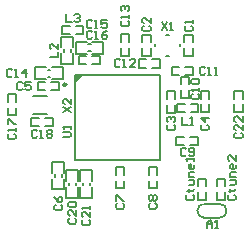
<source format=gto>
G04*
G04 #@! TF.GenerationSoftware,Altium Limited,Altium Designer,18.0.11 (651)*
G04*
G04 Layer_Color=65535*
%FSLAX24Y24*%
%MOIN*%
G70*
G01*
G75*
%ADD10C,0.0059*%
%ADD11C,0.0098*%
%ADD12C,0.0060*%
%ADD13C,0.0079*%
G36*
X-1181Y1378D02*
X-1378Y1181D01*
Y1378D01*
X-1181Y1378D01*
D02*
G37*
D10*
X3406Y-3358D02*
G03*
X3406Y-2885I0J236D01*
G01*
X2906D02*
G03*
X2906Y-3358I0J-236D01*
G01*
Y-2885D02*
X3406D01*
X2906Y-3358D02*
X3406D01*
D11*
X-1699Y1083D02*
G03*
X-1699Y1083I-49J0D01*
G01*
D12*
X2688Y-2047D02*
X2963D01*
X2688Y-2756D02*
X2963D01*
X2688D02*
Y-2500D01*
Y-2303D02*
Y-2047D01*
X2963Y-2756D02*
Y-2500D01*
Y-2303D02*
Y-2047D01*
X3318Y-2756D02*
X3593D01*
X3318Y-2047D02*
X3593D01*
Y-2303D02*
Y-2047D01*
Y-2756D02*
Y-2500D01*
X3318Y-2303D02*
Y-2047D01*
Y-2756D02*
Y-2500D01*
X2421Y-925D02*
X2677D01*
X1968D02*
X2224D01*
X2421Y-650D02*
X2677D01*
X1968D02*
X2224D01*
X1968Y-925D02*
Y-650D01*
X2677Y-925D02*
Y-650D01*
X2264Y1407D02*
X2520D01*
X1811D02*
X2067D01*
X2264Y1683D02*
X2520D01*
X1811D02*
X2067D01*
X1811Y1407D02*
Y1683D01*
X2520Y1407D02*
Y1683D01*
X3901Y874D02*
X4177D01*
X3901Y166D02*
X4177D01*
X3901D02*
Y422D01*
Y618D02*
Y874D01*
X4177Y166D02*
Y422D01*
Y618D02*
Y874D01*
X1654Y148D02*
X1930D01*
X1654Y856D02*
X1930D01*
Y601D02*
Y856D01*
Y148D02*
Y404D01*
X1654Y601D02*
Y856D01*
Y148D02*
Y404D01*
X2450Y164D02*
X2706D01*
X1998D02*
X2254D01*
X2450Y440D02*
X2706D01*
X1998D02*
X2254Y440D01*
X1998Y164D02*
Y440D01*
X2706Y164D02*
Y440D01*
X2128Y1354D02*
X2404D01*
X2128Y646D02*
X2404D01*
X2128D02*
X2128Y902D01*
X2128Y1098D02*
Y1354D01*
X2404Y646D02*
Y902D01*
Y1098D02*
Y1354D01*
X2778Y166D02*
X3054D01*
X2778Y874D02*
X3054D01*
X3054Y618D02*
X3054Y874D01*
Y166D02*
Y422D01*
X2778Y874D02*
X2778Y618D01*
X2778Y166D02*
X2778Y422D01*
X-1841Y2766D02*
Y3041D01*
X-1132Y2766D02*
Y3041D01*
X-1388Y2766D02*
X-1132D01*
X-1841D02*
X-1585D01*
X-1388Y3041D02*
X-1132D01*
X-1841D02*
X-1585D01*
X-1870Y1762D02*
Y2126D01*
Y2323D02*
Y2687D01*
X-1476Y1762D02*
Y2126D01*
Y2323D02*
Y2687D01*
X-1870Y1762D02*
X-1476D01*
X-1870Y2687D02*
X-1476D01*
X-1230Y-2697D02*
Y-2333D01*
Y-2136D02*
Y-1772D01*
X-837Y-2697D02*
Y-2333D01*
Y-2136D02*
Y-1772D01*
X-1230D02*
X-837D01*
X-1230Y-2697D02*
X-837D01*
X-1693D02*
Y-2333D01*
Y-2136D02*
Y-1772D01*
X-1299Y-2697D02*
Y-2333D01*
Y-2136D02*
Y-1772D01*
X-1693D02*
X-1299D01*
X-1693Y-2697D02*
X-1299D01*
X-3377Y512D02*
Y768D01*
Y59D02*
Y315D01*
X-3652Y512D02*
Y768D01*
Y59D02*
Y315D01*
Y59D02*
X-3377D01*
X-3652Y768D02*
X-3377D01*
X-2865Y-30D02*
X-2609D01*
X-2412D02*
X-2156D01*
X-2865Y-305D02*
X-2609D01*
X-2412D02*
X-2156D01*
Y-30D01*
X-2865Y-305D02*
Y-30D01*
X-2648Y1171D02*
X-2392D01*
X-2195D02*
X-1939D01*
X-2648Y896D02*
X-2392D01*
X-2195D02*
X-1939D01*
Y1171D01*
X-2648Y896D02*
Y1171D01*
X-2746Y1663D02*
X-2382D01*
X-2185D02*
X-1821D01*
X-2746Y1270D02*
X-2382D01*
X-2185D02*
X-1821D01*
Y1663D01*
X-2746Y1270D02*
Y1663D01*
X404Y2500D02*
Y2756D01*
Y2047D02*
Y2303D01*
X128Y2500D02*
Y2756D01*
Y2047D02*
Y2303D01*
Y2047D02*
X404D01*
X128Y2756D02*
X404D01*
X1115Y2498D02*
Y2754D01*
Y2045D02*
Y2301D01*
X840Y2498D02*
Y2754D01*
Y2045D02*
Y2301D01*
Y2045D02*
X1115D01*
X840Y2754D02*
X1115D01*
X2103Y2376D02*
Y2423D01*
X1615Y2053D02*
X1741D01*
X1252Y2376D02*
Y2423D01*
X1615Y2746D02*
X1741D01*
X2240Y2045D02*
Y2301D01*
Y2498D02*
Y2754D01*
X2515Y2045D02*
Y2301D01*
Y2498D02*
Y2754D01*
X2240D02*
X2515D01*
X2240Y2045D02*
X2515D01*
X-2160Y-2411D02*
Y-2047D01*
Y-1850D02*
Y-1486D01*
X-1766Y-2411D02*
Y-2047D01*
Y-1850D02*
Y-1486D01*
X-2160D02*
X-1766D01*
X-2160Y-2411D02*
X-1766D01*
X-39Y-2372D02*
Y-2116D01*
Y-1919D02*
Y-1663D01*
X236Y-2372D02*
Y-2116D01*
Y-1919D02*
Y-1663D01*
X-39D02*
X236D01*
X-39Y-2372D02*
X236D01*
X1053D02*
Y-2116D01*
Y-1919D02*
Y-1663D01*
X1329Y-2372D02*
Y-2116D01*
Y-1919D02*
Y-1663D01*
X1053D02*
X1329D01*
X1053Y-2372D02*
X1329D01*
X1171Y1654D02*
X1427D01*
X718D02*
X974D01*
X1171Y1929D02*
X1427D01*
X718D02*
X974D01*
X718Y1654D02*
Y1929D01*
X1427Y1654D02*
Y1929D01*
X-576Y1762D02*
Y2038D01*
X-1284Y1762D02*
Y2038D01*
X-1028D01*
X-832D02*
X-576D01*
X-1284Y1762D02*
X-1028D01*
X-832D02*
X-576D01*
X-1388Y2112D02*
Y2506D01*
X-463Y2112D02*
Y2506D01*
X-827Y2112D02*
X-463D01*
X-1388D02*
X-1024D01*
X-827Y2506D02*
X-463D01*
X-1388D02*
X-1024D01*
X2996Y-3712D02*
Y-3532D01*
X3085Y-3442D01*
X3175Y-3532D01*
Y-3712D01*
Y-3577D01*
X2996D01*
X3265Y-3712D02*
X3355D01*
X3310D01*
Y-3442D01*
X3265Y-3487D01*
X2331Y-2582D02*
X2286Y-2627D01*
Y-2717D01*
X2331Y-2762D01*
X2511D01*
X2556Y-2717D01*
Y-2627D01*
X2511Y-2582D01*
X2331Y-2447D02*
X2376D01*
Y-2492D01*
Y-2402D01*
Y-2447D01*
X2511D01*
X2556Y-2402D01*
X2376Y-2267D02*
X2511D01*
X2556Y-2222D01*
Y-2087D01*
X2376D01*
X2556Y-1997D02*
X2376D01*
Y-1862D01*
X2421Y-1817D01*
X2556D01*
Y-1592D02*
Y-1682D01*
X2511Y-1727D01*
X2421D01*
X2376Y-1682D01*
Y-1592D01*
X2421Y-1547D01*
X2466D01*
Y-1727D01*
X2556Y-1457D02*
Y-1367D01*
Y-1412D01*
X2286D01*
X2331Y-1457D01*
X3721Y-2582D02*
X3676Y-2627D01*
Y-2717D01*
X3721Y-2762D01*
X3901D01*
X3946Y-2717D01*
Y-2627D01*
X3901Y-2582D01*
X3721Y-2447D02*
X3766D01*
Y-2492D01*
Y-2402D01*
Y-2447D01*
X3901D01*
X3946Y-2402D01*
X3766Y-2267D02*
X3901D01*
X3946Y-2222D01*
Y-2087D01*
X3766D01*
X3946Y-1997D02*
X3766D01*
Y-1862D01*
X3811Y-1817D01*
X3946D01*
Y-1592D02*
Y-1682D01*
X3901Y-1727D01*
X3811D01*
X3766Y-1682D01*
Y-1592D01*
X3811Y-1547D01*
X3856D01*
Y-1727D01*
X3946Y-1277D02*
Y-1457D01*
X3766Y-1277D01*
X3721D01*
X3676Y-1322D01*
Y-1412D01*
X3721Y-1457D01*
X2290Y-1075D02*
X2245Y-1030D01*
X2155D01*
X2110Y-1075D01*
Y-1255D01*
X2155Y-1300D01*
X2245D01*
X2290Y-1255D01*
X2380D02*
X2425Y-1300D01*
X2515D01*
X2560Y-1255D01*
Y-1075D01*
X2515Y-1030D01*
X2425D01*
X2380Y-1075D01*
Y-1120D01*
X2425Y-1165D01*
X2560D01*
X2930Y1635D02*
X2885Y1680D01*
X2795D01*
X2750Y1635D01*
Y1455D01*
X2795Y1410D01*
X2885D01*
X2930Y1455D01*
X3020Y1410D02*
X3110D01*
X3065D01*
Y1680D01*
X3020Y1635D01*
X3245Y1410D02*
X3335D01*
X3290D01*
Y1680D01*
X3245Y1635D01*
X3952Y-519D02*
X3908Y-564D01*
Y-654D01*
X3952Y-699D01*
X4132D01*
X4177Y-654D01*
Y-564D01*
X4132Y-519D01*
X4177Y-249D02*
Y-429D01*
X3997Y-249D01*
X3952D01*
X3908Y-294D01*
Y-384D01*
X3952Y-429D01*
X4177Y21D02*
Y-159D01*
X3997Y21D01*
X3952D01*
X3908Y-24D01*
Y-114D01*
X3952Y-159D01*
X1702Y-250D02*
X1658Y-295D01*
Y-385D01*
X1702Y-430D01*
X1882D01*
X1927Y-385D01*
Y-295D01*
X1882Y-250D01*
X1702Y-160D02*
X1658Y-115D01*
Y-25D01*
X1702Y20D01*
X1747D01*
X1792Y-25D01*
Y-70D01*
Y-25D01*
X1837Y20D01*
X1882D01*
X1927Y-25D01*
Y-115D01*
X1882Y-160D01*
X2167Y20D02*
Y-250D01*
X2347D01*
X2437D02*
X2527D01*
X2482D01*
Y20D01*
X2437Y-25D01*
X2515Y780D02*
X2470Y735D01*
Y645D01*
X2515Y600D01*
X2695D01*
X2740Y645D01*
Y735D01*
X2695Y780D01*
X2740Y870D02*
Y960D01*
Y915D01*
X2470D01*
X2515Y870D01*
Y1095D02*
X2470Y1140D01*
Y1230D01*
X2515Y1275D01*
X2695D01*
X2740Y1230D01*
Y1140D01*
X2695Y1095D01*
X2515D01*
X2822Y-250D02*
X2778Y-295D01*
Y-385D01*
X2822Y-430D01*
X3002D01*
X3047Y-385D01*
Y-295D01*
X3002Y-250D01*
X3047Y-25D02*
X2778D01*
X2912Y-160D01*
Y20D01*
X-1700Y3440D02*
Y3170D01*
X-1520D01*
X-1430Y3395D02*
X-1385Y3440D01*
X-1295D01*
X-1250Y3395D01*
Y3350D01*
X-1295Y3305D01*
X-1340D01*
X-1295D01*
X-1250Y3260D01*
Y3215D01*
X-1295Y3170D01*
X-1385D01*
X-1430Y3215D01*
X-2256Y2000D02*
X-1986D01*
Y2180D01*
Y2450D02*
Y2270D01*
X-2166Y2450D01*
X-2211D01*
X-2256Y2405D01*
Y2315D01*
X-2211Y2270D01*
X-1128Y-3420D02*
X-1172Y-3465D01*
Y-3555D01*
X-1128Y-3600D01*
X-948D01*
X-903Y-3555D01*
Y-3465D01*
X-948Y-3420D01*
X-903Y-3150D02*
Y-3330D01*
X-1083Y-3150D01*
X-1128D01*
X-1172Y-3195D01*
Y-3285D01*
X-1128Y-3330D01*
X-903Y-3060D02*
Y-2970D01*
Y-3015D01*
X-1172D01*
X-1128Y-3060D01*
X-3500Y1555D02*
X-3545Y1600D01*
X-3635D01*
X-3680Y1555D01*
Y1375D01*
X-3635Y1330D01*
X-3545D01*
X-3500Y1375D01*
X-3410Y1330D02*
X-3320D01*
X-3365D01*
Y1600D01*
X-3410Y1555D01*
X-3050Y1330D02*
Y1600D01*
X-3185Y1465D01*
X-3005D01*
X-1800Y170D02*
X-1530Y350D01*
X-1800D02*
X-1530Y170D01*
Y620D02*
Y440D01*
X-1710Y620D01*
X-1755D01*
X-1800Y575D01*
Y485D01*
X-1755Y440D01*
X-1819Y-660D02*
X-1594D01*
X-1549Y-615D01*
Y-525D01*
X-1594Y-480D01*
X-1819D01*
X-1549Y-390D02*
Y-300D01*
Y-345D01*
X-1819D01*
X-1774Y-390D01*
X885Y3050D02*
X840Y3005D01*
Y2915D01*
X885Y2870D01*
X1065D01*
X1110Y2915D01*
Y3005D01*
X1065Y3050D01*
X1110Y3320D02*
Y3140D01*
X930Y3320D01*
X885D01*
X840Y3275D01*
Y3185D01*
X885Y3140D01*
X5Y-2870D02*
X-40Y-2915D01*
Y-3005D01*
X5Y-3050D01*
X185D01*
X230Y-3005D01*
Y-2915D01*
X185Y-2870D01*
X-40Y-2780D02*
Y-2600D01*
X5D01*
X185Y-2780D01*
X230D01*
X1490Y3160D02*
X1670Y2890D01*
Y3160D02*
X1490Y2890D01*
X1760D02*
X1850D01*
X1805D01*
Y3160D01*
X1760Y3115D01*
X2295Y3050D02*
X2250Y3005D01*
Y2915D01*
X2295Y2870D01*
X2475D01*
X2520Y2915D01*
Y3005D01*
X2475Y3050D01*
X2520Y3140D02*
Y3230D01*
Y3185D01*
X2250D01*
X2295Y3140D01*
X1095Y-2870D02*
X1050Y-2915D01*
Y-3005D01*
X1095Y-3050D01*
X1275D01*
X1320Y-3005D01*
Y-2915D01*
X1275Y-2870D01*
X1095Y-2780D02*
X1050Y-2735D01*
Y-2645D01*
X1095Y-2600D01*
X1140D01*
X1185Y-2645D01*
X1230Y-2600D01*
X1275D01*
X1320Y-2645D01*
Y-2735D01*
X1275Y-2780D01*
X1230D01*
X1185Y-2735D01*
X1140Y-2780D01*
X1095D01*
X1185Y-2735D02*
Y-2645D01*
X-2055Y-2920D02*
X-2100Y-2965D01*
Y-3055D01*
X-2055Y-3100D01*
X-1875D01*
X-1830Y-3055D01*
Y-2965D01*
X-1875Y-2920D01*
X-2100Y-2650D02*
X-2055Y-2740D01*
X-1965Y-2830D01*
X-1875D01*
X-1830Y-2785D01*
Y-2695D01*
X-1875Y-2650D01*
X-1920D01*
X-1965Y-2695D01*
Y-2830D01*
X-3150Y1125D02*
X-3195Y1170D01*
X-3285D01*
X-3330Y1125D01*
Y945D01*
X-3285Y900D01*
X-3195D01*
X-3150Y945D01*
X-2880Y1170D02*
X-3060D01*
Y1035D01*
X-2970Y1080D01*
X-2925D01*
X-2880Y1035D01*
Y945D01*
X-2925Y900D01*
X-3015D01*
X-3060Y945D01*
X-3605Y-550D02*
X-3650Y-595D01*
Y-685D01*
X-3605Y-730D01*
X-3425D01*
X-3380Y-685D01*
Y-595D01*
X-3425Y-550D01*
X-3380Y-460D02*
Y-370D01*
Y-415D01*
X-3650D01*
X-3605Y-460D01*
X-3650Y-235D02*
Y-55D01*
X-3605D01*
X-3425Y-235D01*
X-3380D01*
X-2670Y-465D02*
X-2715Y-420D01*
X-2805D01*
X-2850Y-465D01*
Y-645D01*
X-2805Y-690D01*
X-2715D01*
X-2670Y-645D01*
X-2580Y-690D02*
X-2490D01*
X-2535D01*
Y-420D01*
X-2580Y-465D01*
X-2355D02*
X-2310Y-420D01*
X-2220D01*
X-2175Y-465D01*
Y-510D01*
X-2220Y-555D01*
X-2175Y-600D01*
Y-645D01*
X-2220Y-690D01*
X-2310D01*
X-2355Y-645D01*
Y-600D01*
X-2310Y-555D01*
X-2355Y-510D01*
Y-465D01*
X-2310Y-555D02*
X-2220D01*
X-1587Y-3370D02*
X-1632Y-3415D01*
Y-3505D01*
X-1587Y-3550D01*
X-1408D01*
X-1363Y-3505D01*
Y-3415D01*
X-1408Y-3370D01*
X-1363Y-3100D02*
Y-3280D01*
X-1543Y-3100D01*
X-1587D01*
X-1632Y-3145D01*
Y-3235D01*
X-1587Y-3280D01*
Y-3010D02*
X-1632Y-2965D01*
Y-2875D01*
X-1587Y-2830D01*
X-1408D01*
X-1363Y-2875D01*
Y-2965D01*
X-1408Y-3010D01*
X-1587D01*
X103Y1895D02*
X58Y1940D01*
X-32D01*
X-77Y1895D01*
Y1715D01*
X-32Y1670D01*
X58D01*
X103Y1715D01*
X193Y1670D02*
X283D01*
X238D01*
Y1940D01*
X193Y1895D01*
X598Y1670D02*
X418D01*
X598Y1850D01*
Y1895D01*
X553Y1940D01*
X463D01*
X418Y1895D01*
X175Y3210D02*
X130Y3165D01*
Y3075D01*
X175Y3030D01*
X355D01*
X400Y3075D01*
Y3165D01*
X355Y3210D01*
X400Y3300D02*
Y3390D01*
Y3345D01*
X130D01*
X175Y3300D01*
Y3525D02*
X130Y3570D01*
Y3660D01*
X175Y3705D01*
X220D01*
X265Y3660D01*
Y3615D01*
Y3660D01*
X310Y3705D01*
X355D01*
X400Y3660D01*
Y3570D01*
X355Y3525D01*
X-830Y2835D02*
X-875Y2880D01*
X-965D01*
X-1010Y2835D01*
Y2655D01*
X-965Y2610D01*
X-875D01*
X-830Y2655D01*
X-740Y2610D02*
X-650D01*
X-695D01*
Y2880D01*
X-740Y2835D01*
X-335Y2880D02*
X-425Y2835D01*
X-515Y2745D01*
Y2655D01*
X-470Y2610D01*
X-380D01*
X-335Y2655D01*
Y2700D01*
X-380Y2745D01*
X-515D01*
X-840Y3195D02*
X-885Y3240D01*
X-975D01*
X-1020Y3195D01*
Y3015D01*
X-975Y2970D01*
X-885D01*
X-840Y3015D01*
X-750Y2970D02*
X-660D01*
X-705D01*
Y3240D01*
X-750Y3195D01*
X-345Y3240D02*
X-525D01*
Y3105D01*
X-435Y3150D01*
X-390D01*
X-345Y3105D01*
Y3015D01*
X-390Y2970D01*
X-480D01*
X-525Y3015D01*
D13*
X-1791Y2185D02*
Y2264D01*
X-1555Y2185D02*
Y2264D01*
X-2806Y699D02*
X-2334D01*
X-2806Y108D02*
X-2334D01*
X-1417Y-1417D02*
X1417D01*
X-1417Y1417D02*
X1417D01*
Y-1417D02*
Y1417D01*
X-1417Y-1417D02*
Y1417D01*
X-1152Y-2274D02*
Y-2195D01*
X-915Y-2274D02*
Y-2195D01*
X-1614Y-2274D02*
Y-2195D01*
X-1378Y-2274D02*
Y-2195D01*
X-2323Y1585D02*
X-2244D01*
X-2323Y1348D02*
X-2244D01*
X-2081Y-1988D02*
Y-1909D01*
X-1845Y-1988D02*
Y-1909D01*
X-965Y2191D02*
X-886D01*
X-965Y2427D02*
X-886D01*
M02*

</source>
